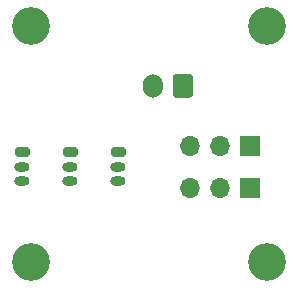
<source format=gbr>
%TF.GenerationSoftware,KiCad,Pcbnew,(5.1.9)-1*%
%TF.CreationDate,2021-10-08T16:07:11+01:00*%
%TF.ProjectId,5-servos-jst,352d7365-7276-46f7-932d-6a73742e6b69,rev?*%
%TF.SameCoordinates,Original*%
%TF.FileFunction,Soldermask,Bot*%
%TF.FilePolarity,Negative*%
%FSLAX46Y46*%
G04 Gerber Fmt 4.6, Leading zero omitted, Abs format (unit mm)*
G04 Created by KiCad (PCBNEW (5.1.9)-1) date 2021-10-08 16:07:11*
%MOMM*%
%LPD*%
G01*
G04 APERTURE LIST*
%ADD10O,1.300000X0.800000*%
%ADD11O,1.700000X1.700000*%
%ADD12R,1.700000X1.700000*%
%ADD13C,3.200000*%
%ADD14O,1.700000X2.000000*%
G04 APERTURE END LIST*
D10*
%TO.C,J10*%
X159258000Y-155154000D03*
X159258000Y-153904000D03*
G36*
G01*
X158808000Y-152254000D02*
X159708000Y-152254000D01*
G75*
G02*
X159908000Y-152454000I0J-200000D01*
G01*
X159908000Y-152854000D01*
G75*
G02*
X159708000Y-153054000I-200000J0D01*
G01*
X158808000Y-153054000D01*
G75*
G02*
X158608000Y-152854000I0J200000D01*
G01*
X158608000Y-152454000D01*
G75*
G02*
X158808000Y-152254000I200000J0D01*
G01*
G37*
%TD*%
%TO.C,J5*%
X163322000Y-155154000D03*
X163322000Y-153904000D03*
G36*
G01*
X162872000Y-152254000D02*
X163772000Y-152254000D01*
G75*
G02*
X163972000Y-152454000I0J-200000D01*
G01*
X163972000Y-152854000D01*
G75*
G02*
X163772000Y-153054000I-200000J0D01*
G01*
X162872000Y-153054000D01*
G75*
G02*
X162672000Y-152854000I0J200000D01*
G01*
X162672000Y-152454000D01*
G75*
G02*
X162872000Y-152254000I200000J0D01*
G01*
G37*
%TD*%
D11*
%TO.C,J3*%
X173482000Y-152146000D03*
X176022000Y-152146000D03*
D12*
X178562000Y-152146000D03*
%TD*%
D11*
%TO.C,J2*%
X173482000Y-155702000D03*
X176022000Y-155702000D03*
D12*
X178562000Y-155702000D03*
%TD*%
D10*
%TO.C,J4*%
X167386000Y-155154000D03*
X167386000Y-153904000D03*
G36*
G01*
X166936000Y-152254000D02*
X167836000Y-152254000D01*
G75*
G02*
X168036000Y-152454000I0J-200000D01*
G01*
X168036000Y-152854000D01*
G75*
G02*
X167836000Y-153054000I-200000J0D01*
G01*
X166936000Y-153054000D01*
G75*
G02*
X166736000Y-152854000I0J200000D01*
G01*
X166736000Y-152454000D01*
G75*
G02*
X166936000Y-152254000I200000J0D01*
G01*
G37*
%TD*%
D13*
%TO.C,H4*%
X180000000Y-162000000D03*
%TD*%
%TO.C,H3*%
X180000000Y-142000000D03*
%TD*%
%TO.C,H2*%
X160000000Y-162000000D03*
%TD*%
%TO.C,H1*%
X160000000Y-142000000D03*
%TD*%
D14*
%TO.C,J6*%
X170347000Y-147066000D03*
G36*
G01*
X173697000Y-146316000D02*
X173697000Y-147816000D01*
G75*
G02*
X173447000Y-148066000I-250000J0D01*
G01*
X172247000Y-148066000D01*
G75*
G02*
X171997000Y-147816000I0J250000D01*
G01*
X171997000Y-146316000D01*
G75*
G02*
X172247000Y-146066000I250000J0D01*
G01*
X173447000Y-146066000D01*
G75*
G02*
X173697000Y-146316000I0J-250000D01*
G01*
G37*
%TD*%
M02*

</source>
